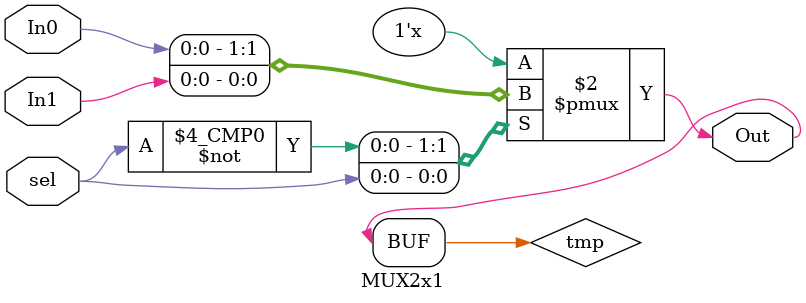
<source format=v>
`timescale 1ns / 1ps
module main(SerialIn, CLK, Reset, Test, SO);
input SerialIn, CLK, Reset, Test;
output [4:0]SO;

wire [4:0]mux_out;
wire [2:0]gate_xor_out;
wire [3:0]gate_not_out;

// Instance
MUX2x1 mux2x1_1(.In0(SO[0]),.In1(SerialIn),.Out(mux_out[4]),.sel(Test));
FlipFlop FP_1(.CLK(CLK), .data(mux_out[4]), .Reset(Reset), .Q(SO[4]));

xor(gate_xor_out[2],SO[4],SO[0]);
not(gate_not_out[3],SO[4]);
MUX2x1 mux2x1_2(.In0(gate_xor_out[2]),.In1(gate_not_out[3]),.Out(mux_out[3]),.sel(Test));
FlipFlop FP_2(.CLK(CLK), .data(mux_out[3]), .Reset(Reset), .Q(SO[3]));

not(gate_not_out[2],SO[3]);
MUX2x1 mux2x1_3(.In0(SO[3]),.In1(gate_not_out[2]),.Out(mux_out[2]),.sel(Test));
FlipFlop FP_3(.CLK(CLK), .data(mux_out[2]), .Reset(Reset), .Q(SO[2]));

xor(gate_xor_out[1],SO[2],SO[0]);
not(gate_not_out[1],SO[2]);
MUX2x1 mux2x1_4(.In0(gate_xor_out[1]),.In1(gate_not_out[1]),.Out(mux_out[1]),.sel(Test));
FlipFlop FP_4(.CLK(CLK), .data(mux_out[1]), .Reset(Reset), .Q(SO[1]));

xor(gate_xor_out[0],SO[1],SO[0]);
not(gate_not_out[0],SO[1]);
MUX2x1 mux2x1_5(.In0(gate_xor_out[0]),.In1(gate_not_out[0]),.Out(mux_out[0]),.sel(Test));
FlipFlop FP_5(.CLK(CLK), .data(mux_out[0]), .Reset(Reset), .Q(SO[0]));
endmodule

module FlipFlop(CLK, data, Reset, Q);
input CLK, data, Reset;
output Q;
reg Q;
always @(posedge CLK or posedge Reset)
    if(Reset)
        Q<=1'b0;
    else
        Q<=data;
endmodule

module MUX2x1(In0,In1,Out,sel);
input In0,In1,sel;
output Out;
reg tmp;
always @(In0,In1,sel)
begin
    case(sel)
        1'b0:
            tmp=In0;
        1'b1:
            tmp=In1;
    endcase
end
assign Out=tmp;
endmodule

</source>
